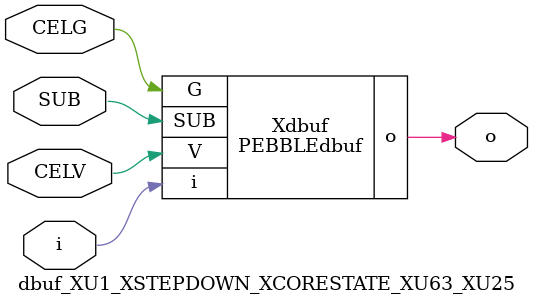
<source format=v>



module PEBBLEdbuf ( o, G, SUB, V, i );

  input V;
  input i;
  input G;
  output o;
  input SUB;
endmodule

//Celera Confidential Do Not Copy dbuf_XU1_XSTEPDOWN_XCORESTATE_XU63_XU25
//Celera Confidential Symbol Generator
//Digital Buffer
module dbuf_XU1_XSTEPDOWN_XCORESTATE_XU63_XU25 (CELV,CELG,i,o,SUB);
input CELV;
input CELG;
input i;
input SUB;
output o;

//Celera Confidential Do Not Copy dbuf
PEBBLEdbuf Xdbuf(
.V (CELV),
.i (i),
.o (o),
.SUB (SUB),
.G (CELG)
);
//,diesize,PEBBLEdbuf

//Celera Confidential Do Not Copy Module End
//Celera Schematic Generator
endmodule

</source>
